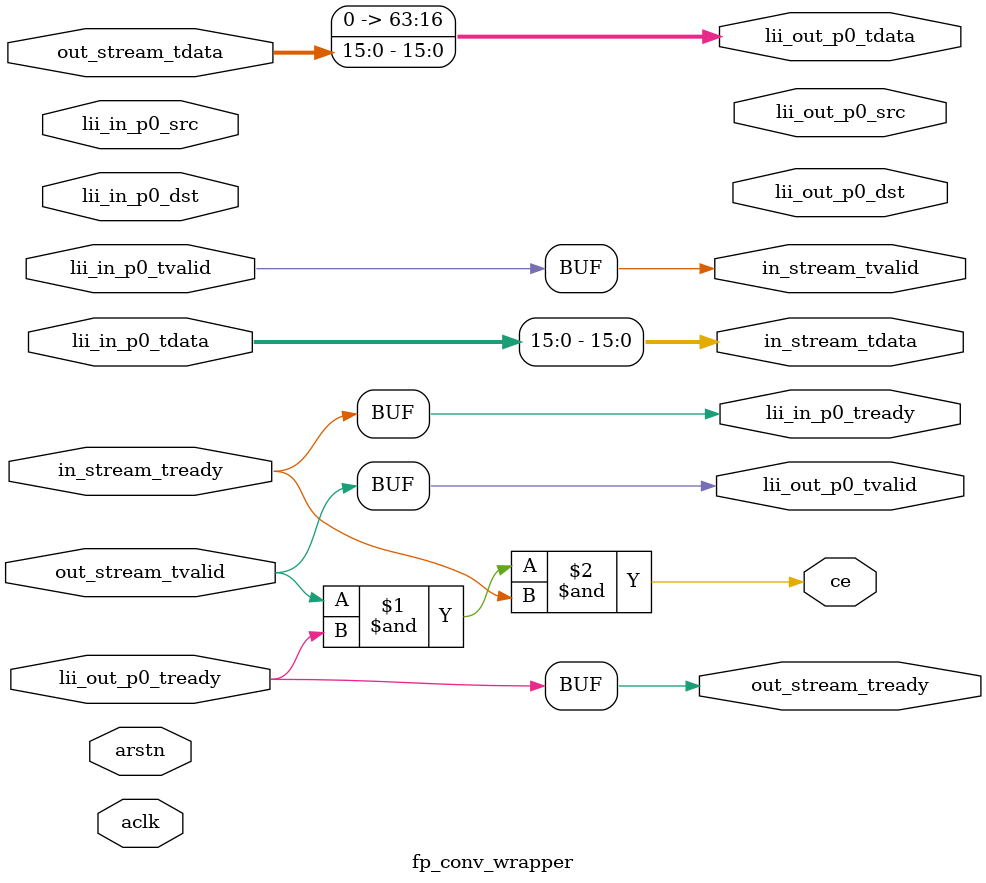
<source format=v>
`timescale 1ns/1ps

module fp_conv_wrapper
#(
    parameter NIN  = 1,   // logic input streams
    parameter NOUT = 1,  // logic output streams
    parameter P    = 1,              // phy in channels
    parameter Q    = 1,             // phy out channels
    parameter PW   = 64              // packing width
)
(
    // ------ clock and reset ------
    input  wire                     aclk,
    input  wire                     arstn,
    // ------ LII phy input ------
    input  wire [PW-1:0]            lii_in_p0_tdata,
    input  wire                     lii_in_p0_tvalid,
    output wire                     lii_in_p0_tready,
    input  wire [7:0]               lii_in_p0_src,
    input  wire [7:0]               lii_in_p0_dst,
    // ------ LII phy output ------
    output wire [PW-1:0]            lii_out_p0_tdata,
    output wire                     lii_out_p0_tvalid,
    input  wire                     lii_out_p0_tready,
    output wire [7:0]               lii_out_p0_src,
    output wire [7:0]               lii_out_p0_dst,
    // ------ connection to HLS kernel ------
    output wire [15:0]   in_stream_tdata,
    output wire                     in_stream_tvalid,
    input  wire                     in_stream_tready,
    input  wire [15:0]   out_stream_tdata,
    input  wire                     out_stream_tvalid,
    output wire                     out_stream_tready,
    // ------ clock enable for HLS kernel ------
    output wire                     ce
);

    // ========= input: unpack =========
    assign lii_in_p0_tready =
        in_stream_tready;
    assign in_stream_tdata  = lii_in_p0_tdata[15:0];
    assign in_stream_tvalid = lii_in_p0_tvalid;

    // ========= output: pack =========
    assign lii_out_p0_tvalid = 
        out_stream_tvalid;
    assign lii_out_p0_tdata = {
        out_stream_tdata
    };
    assign { out_stream_tready } =
           { lii_out_p0_tready };

    // ========= kernel clock gating =========
    assign ce = (out_stream_tvalid) &
                (lii_out_p0_tready) &
                (lii_in_p0_tready);
endmodule
</source>
